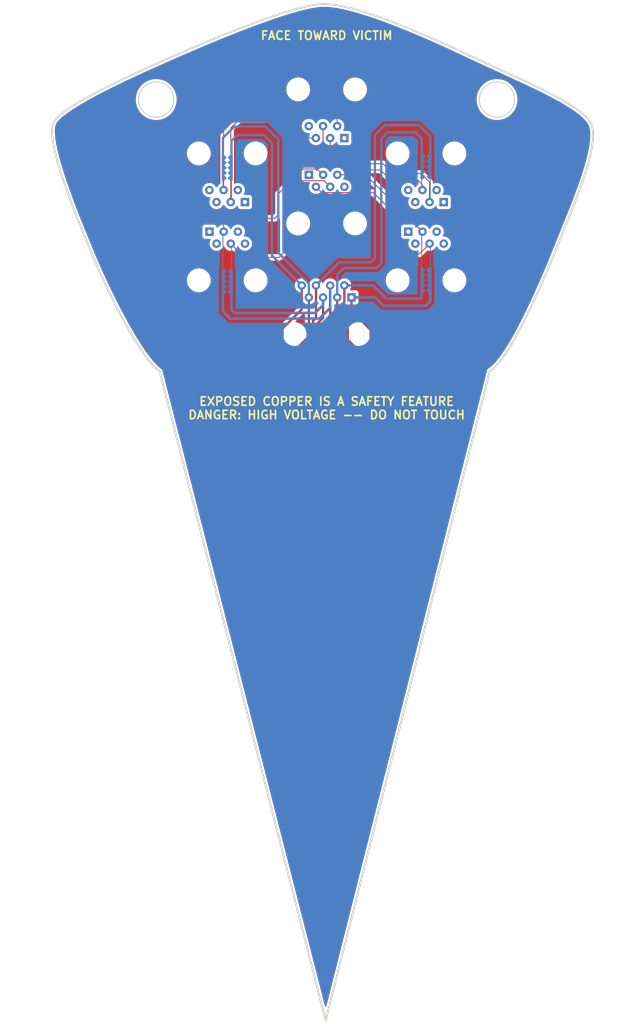
<source format=kicad_pcb>
(kicad_pcb (version 20211014) (generator pcbnew)
  (layers (0 "F.Cu" signal) (31 "B.Cu" signal) (34 "B.Paste" user) (35 "F.Paste" user) (36 "B.SilkS" user "B.Silkscreen") (37 "F.SilkS" user "F.Silkscreen") (38 "B.Mask" user) (39 "F.Mask" user) (44 "Edge.Cuts" user))
  (net 0 "")
  (net 3 "/RING1")
  (net 4 "/TIP1")
  (net 10 "/RING2")
  (net 11 "/TIP2")
  (net 16 "/RING3")
  (net 17 "/TIP3")
  (net 22 "/RING4")
  (net 23 "/TIP4")
  (net 29 "Earth_Protective")
  (footprint "Shadystake:Spark_Gap_Teeth" (layer "F.Cu") (at 131.064 78.74)
    (fp_text reference "E6" hide)
    (fp_text value "SPARK_GAP")
    (fp_poly (pts (xy -0.0762 0) (xy -0.5334 0.4572) (xy -0.5334 -0.4572)) (layer "F.Cu") (width 0) (fill solid))
    (fp_poly (pts (xy 0.5334 2.286) (xy 0.0762 1.8288) (xy 0.5334 1.3716)) (layer "F.Cu") (width 0) (fill solid))
    (fp_poly (pts (xy 0.5334 -0.4572) (xy 0.0762 -0.9144) (xy 0.5334 -1.3716)) (layer "F.Cu") (width 0) (fill solid))
    (fp_poly (pts (xy -0.0762 0.9144) (xy -0.5334 1.3716) (xy -0.5334 0.4572)) (layer "F.Cu") (width 0) (fill solid))
    (fp_poly (pts (xy 0.5334 -1.3716) (xy 0.0762 -1.8288) (xy 0.5334 -2.286)) (layer "F.Cu") (width 0) (fill solid))
    (fp_poly (pts (xy 0.5334 1.3716) (xy 0.0762 0.9144) (xy 0.5334 0.4572)) (layer "F.Cu") (width 0) (fill solid))
    (fp_poly (pts (xy -0.0762 1.8288) (xy -0.5334 2.286) (xy -0.5334 1.3716)) (layer "F.Cu") (width 0) (fill solid))
    (fp_poly (pts (xy 0.5334 0.4572) (xy 0.0762 0) (xy 0.5334 -0.4572)) (layer "F.Cu") (width 0) (fill solid))
    (fp_poly (pts (xy -0.0762 -1.8288) (xy -0.5334 -1.3716) (xy -0.5334 -2.286)) (layer "F.Cu") (width 0) (fill solid))
    (fp_poly (pts (xy -0.0762 -0.9144) (xy -0.5334 -0.4572) (xy -0.5334 -1.3716)) (layer "F.Cu") (width 0) (fill solid))
    (pad "1" smd rect (at -0.762 0) (size 0.4572 4.572) (layers "F.Cu") (net 29 "Earth_Protective"))
    (pad "2" smd rect (at 0.762 0) (size 0.4572 4.572) (layers "F.Cu") (net 16 "/RING3"))
  )
  (footprint "Shadystake:Spark_Gap_Teeth" (layer "F.Cu") (at 140.208 78.74)
    (fp_text reference "E4" hide)
    (fp_text value "SPARK_GAP")
    (fp_poly (pts (xy 0.5334 2.286) (xy 0.0762 1.8288) (xy 0.5334 1.3716)) (layer "F.Cu") (width 0) (fill solid))
    (fp_poly (pts (xy -0.0762 -0.9144) (xy -0.5334 -0.4572) (xy -0.5334 -1.3716)) (layer "F.Cu") (width 0) (fill solid))
    (fp_poly (pts (xy -0.0762 1.8288) (xy -0.5334 2.286) (xy -0.5334 1.3716)) (layer "F.Cu") (width 0) (fill solid))
    (fp_poly (pts (xy 0.5334 -1.3716) (xy 0.0762 -1.8288) (xy 0.5334 -2.286)) (layer "F.Cu") (width 0) (fill solid))
    (fp_poly (pts (xy -0.0762 0.9144) (xy -0.5334 1.3716) (xy -0.5334 0.4572)) (layer "F.Cu") (width 0) (fill solid))
    (fp_poly (pts (xy 0.5334 0.4572) (xy 0.0762 0) (xy 0.5334 -0.4572)) (layer "F.Cu") (width 0) (fill solid))
    (fp_poly (pts (xy -0.0762 -1.8288) (xy -0.5334 -1.3716) (xy -0.5334 -2.286)) (layer "F.Cu") (width 0) (fill solid))
    (fp_poly (pts (xy 0.5334 1.3716) (xy 0.0762 0.9144) (xy 0.5334 0.4572)) (layer "F.Cu") (width 0) (fill solid))
    (fp_poly (pts (xy -0.0762 0) (xy -0.5334 0.4572) (xy -0.5334 -0.4572)) (layer "F.Cu") (width 0) (fill solid))
    (fp_poly (pts (xy 0.5334 -0.4572) (xy 0.0762 -0.9144) (xy 0.5334 -1.3716)) (layer "F.Cu") (width 0) (fill solid))
    (pad "1" smd rect (at -0.762 0) (size 0.4572 4.572) (layers "F.Cu") (net 29 "Earth_Protective"))
    (pad "2" smd rect (at 0.762 0) (size 0.4572 4.572) (layers "F.Cu") (net 10 "/RING2"))
  )
  (footprint "Shadystake:Spark_Gap_Teeth" (layer "F.Cu") (at 129.032 78.74 180)
    (fp_text reference "E7" hide)
    (fp_text value "SPARK_GAP")
    (fp_poly (pts (xy -0.0762 -1.8288) (xy -0.5334 -1.3716) (xy -0.5334 -2.286)) (layer "F.Cu") (width 0) (fill solid))
    (fp_poly (pts (xy -0.0762 0.9144) (xy -0.5334 1.3716) (xy -0.5334 0.4572)) (layer "F.Cu") (width 0) (fill solid))
    (fp_poly (pts (xy -0.0762 -0.9144) (xy -0.5334 -0.4572) (xy -0.5334 -1.3716)) (layer "F.Cu") (width 0) (fill solid))
    (fp_poly (pts (xy 0.5334 -0.4572) (xy 0.0762 -0.9144) (xy 0.5334 -1.3716)) (layer "F.Cu") (width 0) (fill solid))
    (fp_poly (pts (xy 0.5334 -1.3716) (xy 0.0762 -1.8288) (xy 0.5334 -2.286)) (layer "F.Cu") (width 0) (fill solid))
    (fp_poly (pts (xy -0.0762 0) (xy -0.5334 0.4572) (xy -0.5334 -0.4572)) (layer "F.Cu") (width 0) (fill solid))
    (fp_poly (pts (xy 0.5334 1.3716) (xy 0.0762 0.9144) (xy 0.5334 0.4572)) (layer "F.Cu") (width 0) (fill solid))
    (fp_poly (pts (xy 0.5334 0.4572) (xy 0.0762 0) (xy 0.5334 -0.4572)) (layer "F.Cu") (width 0) (fill solid))
    (fp_poly (pts (xy 0.5334 2.286) (xy 0.0762 1.8288) (xy 0.5334 1.3716)) (layer "F.Cu") (width 0) (fill solid))
    (fp_poly (pts (xy -0.0762 1.8288) (xy -0.5334 2.286) (xy -0.5334 1.3716)) (layer "F.Cu") (width 0) (fill solid))
    (pad "1" smd rect (at -0.762 0 180) (size 0.4572 4.572) (layers "F.Cu") (net 29 "Earth_Protective"))
    (pad "2" smd rect (at 0.762 0 180) (size 0.4572 4.572) (layers "F.Cu") (net 23 "/TIP4"))
  )
  (footprint "Shadystake:6P4C_Vert" (layer "F.Cu") (at 120.01 48.99 180)
    (fp_text reference "J4")
    (fp_text value "6P6C")
    (pad "" np_thru_hole circle (at -1.91 8.89 180) (size 3.25 3.25) (drill 3.25) (layers *.Cu *.Mask))
    (pad "" np_thru_hole circle (at 8.25 8.89 180) (size 3.25 3.25) (drill 3.25) (layers *.Cu *.Mask))
    (pad "1" thru_hole rect (at 0 0.2 180) (size 1.52 1.52) (drill 0.76) (layers *.Cu *.Mask))
    (pad "2" thru_hole circle (at 1.27 2.34 180) (size 1.52 1.52) (drill 0.76) (layers *.Cu *.Mask))
    (pad "3" thru_hole circle (at 2.54 0.2 180) (size 1.52 1.52) (drill 0.76) (layers *.Cu *.Mask) (net 22 "/RING4"))
    (pad "4" thru_hole circle (at 3.81 2.34 180) (size 1.52 1.52) (drill 0.76) (layers *.Cu *.Mask) (net 23 "/TIP4"))
    (pad "5" thru_hole circle (at 5.08 0.2 180) (size 1.52 1.52) (drill 0.76) (layers *.Cu *.Mask))
    (pad "6" thru_hole circle (at 6.35 2.34 270) (size 1.52 1.52) (drill 0.76) (layers *.Cu *.Mask))
  )
  (footprint "Shadystake:Spark_Gap_Teeth" (layer "F.Cu") (at 133.604 78.74 180)
    (fp_text reference "E1" hide)
    (fp_text value "SPARK_GAP")
    (fp_poly (pts (xy -0.0762 0) (xy -0.5334 0.4572) (xy -0.5334 -0.4572)) (layer "F.Cu") (width 0) (fill solid))
    (fp_poly (pts (xy 0.5334 0.4572) (xy 0.0762 0) (xy 0.5334 -0.4572)) (layer "F.Cu") (width 0) (fill solid))
    (fp_poly (pts (xy -0.0762 -0.9144) (xy -0.5334 -0.4572) (xy -0.5334 -1.3716)) (layer "F.Cu") (width 0) (fill solid))
    (fp_poly (pts (xy 0.5334 -1.3716) (xy 0.0762 -1.8288) (xy 0.5334 -2.286)) (layer "F.Cu") (width 0) (fill solid))
    (fp_poly (pts (xy -0.0762 -1.8288) (xy -0.5334 -1.3716) (xy -0.5334 -2.286)) (layer "F.Cu") (width 0) (fill solid))
    (fp_poly (pts (xy -0.0762 0.9144) (xy -0.5334 1.3716) (xy -0.5334 0.4572)) (layer "F.Cu") (width 0) (fill solid))
    (fp_poly (pts (xy 0.5334 -0.4572) (xy 0.0762 -0.9144) (xy 0.5334 -1.3716)) (layer "F.Cu") (width 0) (fill solid))
    (fp_poly (pts (xy 0.5334 2.286) (xy 0.0762 1.8288) (xy 0.5334 1.3716)) (layer "F.Cu") (width 0) (fill solid))
    (fp_poly (pts (xy 0.5334 1.3716) (xy 0.0762 0.9144) (xy 0.5334 0.4572)) (layer "F.Cu") (width 0) (fill solid))
    (fp_poly (pts (xy -0.0762 1.8288) (xy -0.5334 2.286) (xy -0.5334 1.3716)) (layer "F.Cu") (width 0) (fill solid))
    (pad "1" smd rect (at -0.762 0 180) (size 0.4572 4.572) (layers "F.Cu") (net 29 "Earth_Protective"))
    (pad "2" smd rect (at 0.762 0 180) (size 0.4572 4.572) (layers "F.Cu") (net 4 "/TIP1"))
  )
  (footprint "Shadystake:Spark_Gap_Teeth" (layer "F.Cu") (at 138.176 78.74 180)
    (fp_text reference "E5" hide)
    (fp_text value "SPARK_GAP")
    (fp_poly (pts (xy -0.0762 -1.8288) (xy -0.5334 -1.3716) (xy -0.5334 -2.286)) (layer "F.Cu") (width 0) (fill solid))
    (fp_poly (pts (xy -0.0762 1.8288) (xy -0.5334 2.286) (xy -0.5334 1.3716)) (layer "F.Cu") (width 0) (fill solid))
    (fp_poly (pts (xy 0.5334 0.4572) (xy 0.0762 0) (xy 0.5334 -0.4572)) (layer "F.Cu") (width 0) (fill solid))
    (fp_poly (pts (xy -0.0762 0) (xy -0.5334 0.4572) (xy -0.5334 -0.4572)) (layer "F.Cu") (width 0) (fill solid))
    (fp_poly (pts (xy 0.5334 -0.4572) (xy 0.0762 -0.9144) (xy 0.5334 -1.3716)) (layer "F.Cu") (width 0) (fill solid))
    (fp_poly (pts (xy 0.5334 -1.3716) (xy 0.0762 -1.8288) (xy 0.5334 -2.286)) (layer "F.Cu") (width 0) (fill solid))
    (fp_poly (pts (xy 0.5334 2.286) (xy 0.0762 1.8288) (xy 0.5334 1.3716)) (layer "F.Cu") (width 0) (fill solid))
    (fp_poly (pts (xy -0.0762 0.9144) (xy -0.5334 1.3716) (xy -0.5334 0.4572)) (layer "F.Cu") (width 0) (fill solid))
    (fp_poly (pts (xy 0.5334 1.3716) (xy 0.0762 0.9144) (xy 0.5334 0.4572)) (layer "F.Cu") (width 0) (fill solid))
    (fp_poly (pts (xy -0.0762 -0.9144) (xy -0.5334 -0.4572) (xy -0.5334 -1.3716)) (layer "F.Cu") (width 0) (fill solid))
    (pad "1" smd rect (at -0.762 0 180) (size 0.4572 4.572) (layers "F.Cu") (net 29 "Earth_Protective"))
    (pad "2" smd rect (at 0.762 0 180) (size 0.4572 4.572) (layers "F.Cu") (net 17 "/TIP3"))
  )
  (footprint "Shadystake:Spark_Gap_Teeth" (layer "F.Cu") (at 142.748 78.74 180)
    (fp_text reference "E3" hide)
    (fp_text value "SPARK_GAP")
    (fp_poly (pts (xy 0.5334 -1.3716) (xy 0.0762 -1.8288) (xy 0.5334 -2.286)) (layer "F.Cu") (width 0) (fill solid))
    (fp_poly (pts (xy -0.0762 -0.9144) (xy -0.5334 -0.4572) (xy -0.5334 -1.3716)) (layer "F.Cu") (width 0) (fill solid))
    (fp_poly (pts (xy -0.0762 -1.8288) (xy -0.5334 -1.3716) (xy -0.5334 -2.286)) (layer "F.Cu") (width 0) (fill solid))
    (fp_poly (pts (xy 0.5334 2.286) (xy 0.0762 1.8288) (xy 0.5334 1.3716)) (layer "F.Cu") (width 0) (fill solid))
    (fp_poly (pts (xy 0.5334 0.4572) (xy 0.0762 0) (xy 0.5334 -0.4572)) (layer "F.Cu") (width 0) (fill solid))
    (fp_poly (pts (xy 0.5334 -0.4572) (xy 0.0762 -0.9144) (xy 0.5334 -1.3716)) (layer "F.Cu") (width 0) (fill solid))
    (fp_poly (pts (xy -0.0762 0) (xy -0.5334 0.4572) (xy -0.5334 -0.4572)) (layer "F.Cu") (width 0) (fill solid))
    (fp_poly (pts (xy -0.0762 0.9144) (xy -0.5334 1.3716) (xy -0.5334 0.4572)) (layer "F.Cu") (width 0) (fill solid))
    (fp_poly (pts (xy 0.5334 1.3716) (xy 0.0762 0.9144) (xy 0.5334 0.4572)) (layer "F.Cu") (width 0) (fill solid))
    (fp_poly (pts (xy -0.0762 1.8288) (xy -0.5334 2.286) (xy -0.5334 1.3716)) (layer "F.Cu") (width 0) (fill solid))
    (pad "1" smd rect (at -0.762 0 180) (size 0.4572 4.572) (layers "F.Cu") (net 29 "Earth_Protective"))
    (pad "2" smd rect (at 0.762 0 180) (size 0.4572 4.572) (layers "F.Cu") (net 11 "/TIP2"))
  )
  (footprint "Shadystake:6P4C_Vert" (layer "F.Cu") (at 137.79 37.56 180)
    (fp_text reference "J6")
    (fp_text value "6P6C")
    (pad "" np_thru_hole circle (at 8.25 8.89 180) (size 3.25 3.25) (drill 3.25) (layers *.Cu *.Mask))
    (pad "" np_thru_hole circle (at -1.91 8.89 180) (size 3.25 3.25) (drill 3.25) (layers *.Cu *.Mask))
    (pad "1" thru_hole rect (at 0 0.2 180) (size 1.52 1.52) (drill 0.76) (layers *.Cu *.Mask))
    (pad "2" thru_hole circle (at 1.27 2.34 180) (size 1.52 1.52) (drill 0.76) (layers *.Cu *.Mask) (net 23 "/TIP4"))
    (pad "3" thru_hole circle (at 2.54 0.2 180) (size 1.52 1.52) (drill 0.76) (layers *.Cu *.Mask) (net 16 "/RING3"))
    (pad "4" thru_hole circle (at 3.81 2.34 180) (size 1.52 1.52) (drill 0.76) (layers *.Cu *.Mask) (net 17 "/TIP3"))
    (pad "5" thru_hole circle (at 5.08 0.2 180) (size 1.52 1.52) (drill 0.76) (layers *.Cu *.Mask) (net 22 "/RING4"))
    (pad "6" thru_hole circle (at 6.35 2.34 270) (size 1.52 1.52) (drill 0.76) (layers *.Cu *.Mask))
  )
  (footprint "Shadystake:6P4C_Vert" (layer "F.Cu") (at 149.23 53.88)
    (fp_text reference "J2")
    (fp_text value "6P6C")
    (pad "" np_thru_hole circle (at -1.91 8.89) (size 3.25 3.25) (drill 3.25) (layers *.Cu *.Mask))
    (pad "" np_thru_hole circle (at 8.25 8.89) (size 3.25 3.25) (drill 3.25) (layers *.Cu *.Mask))
    (pad "1" thru_hole rect (at 0 0.2) (size 1.52 1.52) (drill 0.76) (layers *.Cu *.Mask))
    (pad "2" thru_hole circle (at 1.27 2.34) (size 1.52 1.52) (drill 0.76) (layers *.Cu *.Mask))
    (pad "3" thru_hole circle (at 2.54 0.2) (size 1.52 1.52) (drill 0.76) (layers *.Cu *.Mask) (net 10 "/RING2"))
    (pad "4" thru_hole circle (at 3.81 2.34) (size 1.52 1.52) (drill 0.76) (layers *.Cu *.Mask) (net 11 "/TIP2"))
    (pad "5" thru_hole circle (at 5.08 0.2) (size 1.52 1.52) (drill 0.76) (layers *.Cu *.Mask))
    (pad "6" thru_hole circle (at 6.35 2.34 90) (size 1.52 1.52) (drill 0.76) (layers *.Cu *.Mask))
  )
  (footprint "Shadystake:6P4C_Vert" (layer "F.Cu") (at 113.67 53.88)
    (fp_text reference "J1")
    (fp_text value "6P6C")
    (pad "" np_thru_hole circle (at -1.91 8.89) (size 3.25 3.25) (drill 3.25) (layers *.Cu *.Mask))
    (pad "" np_thru_hole circle (at 8.25 8.89) (size 3.25 3.25) (drill 3.25) (layers *.Cu *.Mask))
    (pad "1" thru_hole rect (at 0 0.2) (size 1.52 1.52) (drill 0.76) (layers *.Cu *.Mask))
    (pad "2" thru_hole circle (at 1.27 2.34) (size 1.52 1.52) (drill 0.76) (layers *.Cu *.Mask))
    (pad "3" thru_hole circle (at 2.54 0.2) (size 1.52 1.52) (drill 0.76) (layers *.Cu *.Mask) (net 3 "/RING1"))
    (pad "4" thru_hole circle (at 3.81 2.34) (size 1.52 1.52) (drill 0.76) (layers *.Cu *.Mask) (net 4 "/TIP1"))
    (pad "5" thru_hole circle (at 5.08 0.2) (size 1.52 1.52) (drill 0.76) (layers *.Cu *.Mask))
    (pad "6" thru_hole circle (at 6.35 2.34 90) (size 1.52 1.52) (drill 0.76) (layers *.Cu *.Mask))
  )
  (footprint "Shadystake:6P4C_Vert" (layer "F.Cu") (at 155.57 48.99 180)
    (fp_text reference "J3")
    (fp_text value "6P6C")
    (pad "" np_thru_hole circle (at -1.91 8.89 180) (size 3.25 3.25) (drill 3.25) (layers *.Cu *.Mask))
    (pad "" np_thru_hole circle (at 8.25 8.89 180) (size 3.25 3.25) (drill 3.25) (layers *.Cu *.Mask))
    (pad "1" thru_hole rect (at 0 0.2 180) (size 1.52 1.52) (drill 0.76) (layers *.Cu *.Mask))
    (pad "2" thru_hole circle (at 1.27 2.34 180) (size 1.52 1.52) (drill 0.76) (layers *.Cu *.Mask))
    (pad "3" thru_hole circle (at 2.54 0.2 180) (size 1.52 1.52) (drill 0.76) (layers *.Cu *.Mask) (net 16 "/RING3"))
    (pad "4" thru_hole circle (at 3.81 2.34 180) (size 1.52 1.52) (drill 0.76) (layers *.Cu *.Mask) (net 17 "/TIP3"))
    (pad "5" thru_hole circle (at 5.08 0.2 180) (size 1.52 1.52) (drill 0.76) (layers *.Cu *.Mask))
    (pad "6" thru_hole circle (at 6.35 2.34 270) (size 1.52 1.52) (drill 0.76) (layers *.Cu *.Mask))
  )
  (footprint "Shadystake:Spark_Gap_Teeth" (layer "F.Cu") (at 135.636 78.74)
    (fp_text reference "E2" hide)
    (fp_text value "SPARK_GAP")
    (fp_poly (pts (xy -0.0762 1.8288) (xy -0.5334 2.286) (xy -0.5334 1.3716)) (layer "F.Cu") (width 0) (fill solid))
    (fp_poly (pts (xy -0.0762 -1.8288) (xy -0.5334 -1.3716) (xy -0.5334 -2.286)) (layer "F.Cu") (width 0) (fill solid))
    (fp_poly (pts (xy 0.5334 0.4572) (xy 0.0762 0) (xy 0.5334 -0.4572)) (layer "F.Cu") (width 0) (fill solid))
    (fp_poly (pts (xy 0.5334 2.286) (xy 0.0762 1.8288) (xy 0.5334 1.3716)) (layer "F.Cu") (width 0) (fill solid))
    (fp_poly (pts (xy 0.5334 1.3716) (xy 0.0762 0.9144) (xy 0.5334 0.4572)) (layer "F.Cu") (width 0) (fill solid))
    (fp_poly (pts (xy -0.0762 0) (xy -0.5334 0.4572) (xy -0.5334 -0.4572)) (layer "F.Cu") (width 0) (fill solid))
    (fp_poly (pts (xy 0.5334 -1.3716) (xy 0.0762 -1.8288) (xy 0.5334 -2.286)) (layer "F.Cu") (width 0) (fill solid))
    (fp_poly (pts (xy 0.5334 -0.4572) (xy 0.0762 -0.9144) (xy 0.5334 -1.3716)) (layer "F.Cu") (width 0) (fill solid))
    (fp_poly (pts (xy -0.0762 0.9144) (xy -0.5334 1.3716) (xy -0.5334 0.4572)) (layer "F.Cu") (width 0) (fill solid))
    (fp_poly (pts (xy -0.0762 -0.9144) (xy -0.5334 -0.4572) (xy -0.5334 -1.3716)) (layer "F.Cu") (width 0) (fill solid))
    (pad "1" smd rect (at -0.762 0) (size 0.4572 4.572) (layers "F.Cu") (net 29 "Earth_Protective"))
    (pad "2" smd rect (at 0.762 0) (size 0.4572 4.572) (layers "F.Cu") (net 3 "/RING1"))
  )
  (footprint "Shadystake:6P4C_Vert" (layer "F.Cu") (at 131.45 43.72)
    (fp_text reference "J5")
    (fp_text value "6P6C")
    (pad "" np_thru_hole circle (at -1.91 8.89) (size 3.25 3.25) (drill 3.25) (layers *.Cu *.Mask))
    (pad "" np_thru_hole circle (at 8.25 8.89) (size 3.25 3.25) (drill 3.25) (layers *.Cu *.Mask))
    (pad "1" thru_hole rect (at 0 0.2) (size 1.52 1.52) (drill 0.76) (layers *.Cu *.Mask))
    (pad "2" thru_hole circle (at 1.27 2.34) (size 1.52 1.52) (drill 0.76) (layers *.Cu *.Mask) (net 11 "/TIP2"))
    (pad "3" thru_hole circle (at 2.54 0.2) (size 1.52 1.52) (drill 0.76) (layers *.Cu *.Mask) (net 3 "/RING1"))
    (pad "4" thru_hole circle (at 3.81 2.34) (size 1.52 1.52) (drill 0.76) (layers *.Cu *.Mask) (net 4 "/TIP1"))
    (pad "5" thru_hole circle (at 5.08 0.2) (size 1.52 1.52) (drill 0.76) (layers *.Cu *.Mask) (net 10 "/RING2"))
    (pad "6" thru_hole circle (at 6.35 2.34 90) (size 1.52 1.52) (drill 0.76) (layers *.Cu *.Mask))
  )
  (footprint "Shadystake:Spark_Gap_Teeth" (layer "F.Cu") (at 126.492 78.74)
    (fp_text reference "E8" hide)
    (fp_text value "SPARK_GAP")
    (fp_poly (pts (xy -0.0762 0) (xy -0.5334 0.4572) (xy -0.5334 -0.4572)) (layer "F.Cu") (width 0) (fill solid))
    (fp_poly (pts (xy -0.0762 -0.9144) (xy -0.5334 -0.4572) (xy -0.5334 -1.3716)) (layer "F.Cu") (width 0) (fill solid))
    (fp_poly (pts (xy -0.0762 -1.8288) (xy -0.5334 -1.3716) (xy -0.5334 -2.286)) (layer "F.Cu") (width 0) (fill solid))
    (fp_poly (pts (xy -0.0762 1.8288) (xy -0.5334 2.286) (xy -0.5334 1.3716)) (layer "F.Cu") (width 0) (fill solid))
    (fp_poly (pts (xy 0.5334 -0.4572) (xy 0.0762 -0.9144) (xy 0.5334 -1.3716)) (layer "F.Cu") (width 0) (fill solid))
    (fp_poly (pts (xy 0.5334 1.3716) (xy 0.0762 0.9144) (xy 0.5334 0.4572)) (layer "F.Cu") (width 0) (fill solid))
    (fp_poly (pts (xy 0.5334 -1.3716) (xy 0.0762 -1.8288) (xy 0.5334 -2.286)) (layer "F.Cu") (width 0) (fill solid))
    (fp_poly (pts (xy -0.0762 0.9144) (xy -0.5334 1.3716) (xy -0.5334 0.4572)) (layer "F.Cu") (width 0) (fill solid))
    (fp_poly (pts (xy 0.5334 0.4572) (xy 0.0762 0) (xy 0.5334 -0.4572)) (layer "F.Cu") (width 0) (fill solid))
    (fp_poly (pts (xy 0.5334 2.286) (xy 0.0762 1.8288) (xy 0.5334 1.3716)) (layer "F.Cu") (width 0) (fill solid))
    (pad "1" smd rect (at -0.762 0) (size 0.4572 4.572) (layers "F.Cu") (net 29 "Earth_Protective"))
    (pad "2" smd rect (at 0.762 0) (size 0.4572 4.572) (layers "F.Cu") (net 22 "/RING4"))
  )
  (footprint "Shadystake:8P8C_Hor" (layer "B.Cu") (at 139.065 66.02001 180)
    (fp_text reference "J7")
    (fp_text value "8P8C")
    (pad "" np_thru_hole circle (at 10.16 -6.35 180) (size 3.2 3.2) (drill 3.2) (layers *.Cu *.Mask))
    (pad "" np_thru_hole circle (at -1.27 -6.35 180) (size 3.2 3.2) (drill 3.2) (layers *.Cu *.Mask))
    (pad "1" thru_hole rect (at 0 0.2 180) (size 1.5 1.5) (drill 0.76) (layers *.Cu *.Mask) (net 11 "/TIP2"))
    (pad "2" thru_hole circle (at 1.27 2.34 180) (size 1.5 1.5) (drill 0.76) (layers *.Cu *.Mask) (net 10 "/RING2"))
    (pad "3" thru_hole circle (at 2.54 0.2 180) (size 1.5 1.5) (drill 0.76) (layers *.Cu *.Mask) (net 17 "/TIP3"))
    (pad "4" thru_hole circle (at 3.81 2.34 180) (size 1.5 1.5) (drill 0.76) (layers *.Cu *.Mask) (net 3 "/RING1"))
    (pad "5" thru_hole circle (at 5.08 0.2 180) (size 1.5 1.5) (drill 0.76) (layers *.Cu *.Mask) (net 4 "/TIP1"))
    (pad "6" thru_hole circle (at 6.35 2.34 180) (size 1.5 1.5) (drill 0.76) (layers *.Cu *.Mask) (net 16 "/RING3"))
    (pad "7" thru_hole circle (at 7.62 0.2 180) (size 1.5 1.5) (drill 0.76) (layers *.Cu *.Mask) (net 23 "/TIP4"))
    (pad "8" thru_hole circle (at 8.89 2.34 180) (size 1.5 1.5) (drill 0.76) (layers *.Cu *.Mask) (net 22 "/RING4"))
  )
  (footprint "Shadystake:Spark_Gap_Teeth" (layer "B.Cu") (at 152.4 42.418)
    (fp_text reference "E11" hide)
    (fp_text value "SPARK_GAP")
    (fp_poly (pts (xy 0.5334 0.4572) (xy 0.0762 0.9144) (xy 0.5334 1.3716)) (layer "B.Cu") (width 0) (fill solid))
    (fp_poly (pts (xy 0.5334 -2.286) (xy 0.0762 -1.8288) (xy 0.5334 -1.3716)) (layer "B.Cu") (width 0) (fill solid))
    (fp_poly (pts (xy -0.0762 0.9144) (xy -0.5334 0.4572) (xy -0.5334 1.3716)) (layer "B.Cu") (width 0) (fill solid))
    (fp_poly (pts (xy 0.5334 -1.3716) (xy 0.0762 -0.9144) (xy 0.5334 -0.4572)) (layer "B.Cu") (width 0) (fill solid))
    (fp_poly (pts (xy -0.0762 1.8288) (xy -0.5334 1.3716) (xy -0.5334 2.286)) (layer "B.Cu") (width 0) (fill solid))
    (fp_poly (pts (xy -0.0762 -1.8288) (xy -0.5334 -2.286) (xy -0.5334 -1.3716)) (layer "B.Cu") (width 0) (fill solid))
    (fp_poly (pts (xy -0.0762 -0.9144) (xy -0.5334 -1.3716) (xy -0.5334 -0.4572)) (layer "B.Cu") (width 0) (fill solid))
    (fp_poly (pts (xy 0.5334 -0.4572) (xy 0.0762 0) (xy 0.5334 0.4572)) (layer "B.Cu") (width 0) (fill solid))
    (fp_poly (pts (xy 0.5334 1.3716) (xy 0.0762 1.8288) (xy 0.5334 2.286)) (layer "B.Cu") (width 0) (fill solid))
    (fp_poly (pts (xy -0.0762 0) (xy -0.5334 -0.4572) (xy -0.5334 0.4572)) (layer "B.Cu") (width 0) (fill solid))
    (pad "1" smd rect (at -0.762 0) (size 0.4572 4.572) (layers "B.Cu") (net 17 "/TIP3"))
    (pad "2" smd rect (at 0.762 0) (size 0.4572 4.572) (layers "B.Cu") (net 16 "/RING3"))
  )
  (footprint "Shadystake:Spark_Gap_Teeth" (layer "B.Cu") (at 152.4 62.738 180)
    (fp_text reference "E10" hide)
    (fp_text value "SPARK_GAP")
    (fp_poly (pts (xy 0.5334 0.4572) (xy 0.0762 0.9144) (xy 0.5334 1.3716)) (layer "B.Cu") (width 0) (fill solid))
    (fp_poly (pts (xy 0.5334 1.3716) (xy 0.0762 1.8288) (xy 0.5334 2.286)) (layer "B.Cu") (width 0) (fill solid))
    (fp_poly (pts (xy 0.5334 -2.286) (xy 0.0762 -1.8288) (xy 0.5334 -1.3716)) (layer "B.Cu") (width 0) (fill solid))
    (fp_poly (pts (xy -0.0762 -1.8288) (xy -0.5334 -2.286) (xy -0.5334 -1.3716)) (layer "B.Cu") (width 0) (fill solid))
    (fp_poly (pts (xy -0.0762 0.9144) (xy -0.5334 0.4572) (xy -0.5334 1.3716)) (layer "B.Cu") (width 0) (fill solid))
    (fp_poly (pts (xy -0.0762 1.8288) (xy -0.5334 1.3716) (xy -0.5334 2.286)) (layer "B.Cu") (width 0) (fill solid))
    (fp_poly (pts (xy 0.5334 -1.3716) (xy 0.0762 -0.9144) (xy 0.5334 -0.4572)) (layer "B.Cu") (width 0) (fill solid))
    (fp_poly (pts (xy -0.0762 -0.9144) (xy -0.5334 -1.3716) (xy -0.5334 -0.4572)) (layer "B.Cu") (width 0) (fill solid))
    (fp_poly (pts (xy 0.5334 -0.4572) (xy 0.0762 0) (xy 0.5334 0.4572)) (layer "B.Cu") (width 0) (fill solid))
    (fp_poly (pts (xy -0.0762 0) (xy -0.5334 -0.4572) (xy -0.5334 0.4572)) (layer "B.Cu") (width 0) (fill solid))
    (pad "1" smd rect (at -0.762 0 180) (size 0.4572 4.572) (layers "B.Cu") (net 11 "/TIP2"))
    (pad "2" smd rect (at 0.762 0 180) (size 0.4572 4.572) (layers "B.Cu") (net 10 "/RING2"))
  )
  (footprint "Shadystake:Spark_Gap_Teeth" (layer "B.Cu") (at 116.84 42.672 180)
    (fp_text reference "E12" hide)
    (fp_text value "SPARK_GAP")
    (fp_poly (pts (xy 0.5334 -1.3716) (xy 0.0762 -0.9144) (xy 0.5334 -0.4572)) (layer "B.Cu") (width 0) (fill solid))
    (fp_poly (pts (xy 0.5334 1.3716) (xy 0.0762 1.8288) (xy 0.5334 2.286)) (layer "B.Cu") (width 0) (fill solid))
    (fp_poly (pts (xy -0.0762 0.9144) (xy -0.5334 0.4572) (xy -0.5334 1.3716)) (layer "B.Cu") (width 0) (fill solid))
    (fp_poly (pts (xy 0.5334 -2.286) (xy 0.0762 -1.8288) (xy 0.5334 -1.3716)) (layer "B.Cu") (width 0) (fill solid))
    (fp_poly (pts (xy 0.5334 0.4572) (xy 0.0762 0.9144) (xy 0.5334 1.3716)) (layer "B.Cu") (width 0) (fill solid))
    (fp_poly (pts (xy -0.0762 -0.9144) (xy -0.5334 -1.3716) (xy -0.5334 -0.4572)) (layer "B.Cu") (width 0) (fill solid))
    (fp_poly (pts (xy 0.5334 -0.4572) (xy 0.0762 0) (xy 0.5334 0.4572)) (layer "B.Cu") (width 0) (fill solid))
    (fp_poly (pts (xy -0.0762 0) (xy -0.5334 -0.4572) (xy -0.5334 0.4572)) (layer "B.Cu") (width 0) (fill solid))
    (fp_poly (pts (xy -0.0762 1.8288) (xy -0.5334 1.3716) (xy -0.5334 2.286)) (layer "B.Cu") (width 0) (fill solid))
    (fp_poly (pts (xy -0.0762 -1.8288) (xy -0.5334 -2.286) (xy -0.5334 -1.3716)) (layer "B.Cu") (width 0) (fill solid))
    (pad "1" smd rect (at -0.762 0 180) (size 0.4572 4.572) (layers "B.Cu") (net 22 "/RING4"))
    (pad "2" smd rect (at 0.762 0 180) (size 0.4572 4.572) (layers "B.Cu") (net 23 "/TIP4"))
  )
  (footprint "Shadystake:Spark_Gap_Teeth" (layer "B.Cu") (at 116.84 62.992)
    (fp_text reference "E9" hide)
    (fp_text value "SPARK_GAP")
    (fp_poly (pts (xy -0.0762 0) (xy -0.5334 -0.4572) (xy -0.5334 0.4572)) (layer "B.Cu") (width 0) (fill solid))
    (fp_poly (pts (xy -0.0762 1.8288) (xy -0.5334 1.3716) (xy -0.5334 2.286)) (layer "B.Cu") (width 0) (fill solid))
    (fp_poly (pts (xy -0.0762 0.9144) (xy -0.5334 0.4572) (xy -0.5334 1.3716)) (layer "B.Cu") (width 0) (fill solid))
    (fp_poly (pts (xy -0.0762 -1.8288) (xy -0.5334 -2.286) (xy -0.5334 -1.3716)) (layer "B.Cu") (width 0) (fill solid))
    (fp_poly (pts (xy 0.5334 -1.3716) (xy 0.0762 -0.9144) (xy 0.5334 -0.4572)) (layer "B.Cu") (width 0) (fill solid))
    (fp_poly (pts (xy 0.5334 1.3716) (xy 0.0762 1.8288) (xy 0.5334 2.286)) (layer "B.Cu") (width 0) (fill solid))
    (fp_poly (pts (xy -0.0762 -0.9144) (xy -0.5334 -1.3716) (xy -0.5334 -0.4572)) (layer "B.Cu") (width 0) (fill solid))
    (fp_poly (pts (xy 0.5334 -2.286) (xy 0.0762 -1.8288) (xy 0.5334 -1.3716)) (layer "B.Cu") (width 0) (fill solid))
    (fp_poly (pts (xy 0.5334 0.4572) (xy 0.0762 0.9144) (xy 0.5334 1.3716)) (layer "B.Cu") (width 0) (fill solid))
    (fp_poly (pts (xy 0.5334 -0.4572) (xy 0.0762 0) (xy 0.5334 0.4572)) (layer "B.Cu") (width 0) (fill solid))
    (pad "1" smd rect (at -0.762 0) (size 0.4572 4.572) (layers "B.Cu") (net 3 "/RING1"))
    (pad "2" smd rect (at 0.762 0) (size 0.4572 4.572) (layers "B.Cu") (net 4 "/TIP1"))
  )
  (gr_line (start 166.971893 25.751636) (end 170.406815 27.33248) (layer "Edge.Cuts") (width 0.380999))
  (gr_line (start 94.072028 61.38404) (end 92.85731 58.600004) (layer "Edge.Cuts") (width 0.380999))
  (gr_circle (center 165.1 30.48) (end 168.25 30.48) (layer "Edge.Cuts") (width 0.2) (fill none))
  (gr_line (start 136.358965 13.607525) (end 137.694102 13.862079) (layer "Edge.Cuts") (width 0.380999))
  (gr_line (start 85.992428 34.247729) (end 86.255364 33.925004) (layer "Edge.Cuts") (width 0.380999))
  (gr_line (start 179.985477 32.664195) (end 180.822126 33.389988) (layer "Edge.Cuts") (width 0.380999))
  (gr_line (start 85.51747 35.713404) (end 85.570764 35.269233) (layer "Edge.Cuts") (width 0.380999))
  (gr_line (start 134.061581 13.408008) (end 135.143779 13.453415) (layer "Edge.Cuts") (width 0.380999))
  (gr_line (start 101.951386 25.068926) (end 107.603582 22.553563) (layer "Edge.Cuts") (width 0.380999))
  (gr_line (start 167.633822 74.288842) (end 166.81241 75.59441) (layer "Edge.Cuts") (width 0.380999))
  (gr_line (start 98.660657 70.573731) (end 97.840771 69.067311) (layer "Edge.Cuts") (width 0.380999))
  (gr_line (start 134.456359 194.957502) (end 134.456359 194.957502) (layer "Edge.Cuts") (width 0.380999))
  (gr_line (start 101.119078 74.685554) (end 100.307228 73.402129) (layer "Edge.Cuts") (width 0.380999))
  (gr_line (start 134.456359 194.957502) (end 163.811489 78.958471) (layer "Edge.Cuts") (width 0.380999))
  (gr_line (start 182.095927 38.96472) (end 181.816456 40.345636) (layer "Edge.Cuts") (width 0.380999))
  (gr_line (start 182.300677 36.570561) (end 182.298574 37.116566) (layer "Edge.Cuts") (width 0.380999))
  (gr_line (start 85.785113 38.668125) (end 85.578824 37.352424) (layer "Edge.Cuts") (width 0.380999))
  (gr_line (start 173.271812 62.9633) (end 171.762109 66.320304) (layer "Edge.Cuts") (width 0.380999))
  (gr_line (start 85.570764 35.269233) (end 85.664094 34.881549) (layer "Edge.Cuts") (width 0.380999))
  (gr_line (start 181.729242 34.457259) (end 181.930548 34.806917) (layer "Edge.Cuts") (width 0.380999))
  (gr_line (start 140.672082 14.63948) (end 142.288852 15.145808) (layer "Edge.Cuts") (width 0.380999))
  (gr_line (start 181.930548 34.806917) (end 182.08371 35.179511) (layer "Edge.Cuts") (width 0.380999))
  (gr_line (start 85.502314 36.210819) (end 85.51747 35.713404) (layer "Edge.Cuts") (width 0.380999))
  (gr_line (start 130.120803 14.054604) (end 131.617238 13.713321) (layer "Edge.Cuts") (width 0.380999))
  (gr_line (start 87.030842 43.400574) (end 86.526303 41.718123) (layer "Edge.Cuts") (width 0.380999))
  (gr_line (start 137.694102 13.862079) (end 139.136153 14.208817) (layer "Edge.Cuts") (width 0.380999))
  (gr_line (start 175.691305 57.14359) (end 174.60319 59.832576) (layer "Edge.Cuts") (width 0.380999))
  (gr_line (start 182.298574 37.116566) (end 182.262465 37.699347) (layer "Edge.Cuts") (width 0.380999))
  (gr_line (start 182.266851 36.063964) (end 182.300677 36.570561) (layer "Edge.Cuts") (width 0.380999))
  (gr_line (start 95.483718 64.410479) (end 94.072028 61.38404) (layer "Edge.Cuts") (width 0.380999))
  (gr_line (start 126.71926 15.038381) (end 128.47882 14.50136) (layer "Edge.Cuts") (width 0.380999))
  (gr_line (start 131.617238 13.713321) (end 132.940154 13.49272) (layer "Edge.Cuts") (width 0.380999))
  (gr_line (start 152.957089 19.310207) (end 156.568907 20.929227) (layer "Edge.Cuts") (width 0.380999))
  (gr_line (start 85.799356 34.55359) (end 85.799356 34.55359) (layer "Edge.Cuts") (width 0.380999))
  (gr_line (start 99.485282 72.025096) (end 98.660657 70.573731) (layer "Edge.Cuts") (width 0.380999))
  (gr_line (start 156.568907 20.929227) (end 160.034772 22.553563) (layer "Edge.Cuts") (width 0.380999))
  (gr_line (start 87.604433 45.153428) (end 87.030842 43.400574) (layer "Edge.Cuts") (width 0.380999))
  (gr_line (start 160.034772 22.553563) (end 166.971893 25.751636) (layer "Edge.Cuts") (width 0.380999))
  (gr_line (start 174.60319 59.832576) (end 173.271812 62.9633) (layer "Edge.Cuts") (width 0.380999))
  (gr_line (start 160.034772 22.553563) (end 160.034772 22.553563) (layer "Edge.Cuts") (width 0.380999))
  (gr_line (start 182.262465 37.699347) (end 182.095927 38.96472) (layer "Edge.Cuts") (width 0.380999))
  (gr_line (start 90.413603 30.88495) (end 91.883279 30.043121) (layer "Edge.Cuts") (width 0.380999))
  (gr_line (start 91.883279 30.043121) (end 93.463626 29.188411) (layer "Edge.Cuts") (width 0.380999))
  (gr_line (start 100.307228 73.402129) (end 99.485282 72.025096) (layer "Edge.Cuts") (width 0.380999))
  (gr_line (start 164.151038 78.735905) (end 163.811489 78.958471) (layer "Edge.Cuts") (width 0.380999))
  (gr_line (start 142.288852 15.145808) (end 143.973426 15.719542) (layer "Edge.Cuts") (width 0.380999))
  (gr_line (start 180.454384 44.971229) (end 179.26389 48.246907) (layer "Edge.Cuts") (width 0.380999))
  (gr_line (start 93.463626 29.188411) (end 95.123959 28.330742) (layer "Edge.Cuts") (width 0.380999))
  (gr_line (start 182.195169 35.599404) (end 182.266851 36.063964) (layer "Edge.Cuts") (width 0.380999))
  (gr_line (start 166.011355 76.741089) (end 165.238771 77.701947) (layer "Edge.Cuts") (width 0.380999))
  (gr_line (start 104.767277 79.023912) (end 104.448585 78.785741) (layer "Edge.Cuts") (width 0.380999))
  (gr_circle (center 104.14 30.48) (end 107.29 30.48) (layer "Edge.Cuts") (width 0.2) (fill none))
  (gr_line (start 86.975479 33.233925) (end 87.929016 32.490275) (layer "Edge.Cuts") (width 0.380999))
  (gr_line (start 85.664094 34.881549) (end 85.799356 34.55359) (layer "Edge.Cuts") (width 0.380999))
  (gr_line (start 98.561827 26.646217) (end 101.951386 25.068926) (layer "Edge.Cuts") (width 0.380999))
  (gr_line (start 92.85731 58.600004) (end 90.285703 52.350415) (layer "Edge.Cuts") (width 0.380999))
  (gr_line (start 134.061581 13.408008) (end 134.061581 13.408008) (layer "Edge.Cuts") (width 0.380999))
  (gr_line (start 165.238771 77.701947) (end 164.502777 78.450052) (layer "Edge.Cuts") (width 0.380999))
  (gr_line (start 104.117169 78.497663) (end 103.419877 77.781427) (layer "Edge.Cuts") (width 0.380999))
  (gr_line (start 177.830341 31.181827) (end 178.982679 31.927883) (layer "Edge.Cuts") (width 0.380999))
  (gr_line (start 97.033041 67.525112) (end 95.483718 64.410479) (layer "Edge.Cuts") (width 0.380999))
  (gr_line (start 90.285703 52.350415) (end 88.89805 48.766654) (layer "Edge.Cuts") (width 0.380999))
  (gr_line (start 113.459704 20.04746) (end 117.136771 18.545174) (layer "Edge.Cuts") (width 0.380999))
  (gr_line (start 180.980291 43.369933) (end 180.454384 44.971229) (layer "Edge.Cuts") (width 0.380999))
  (gr_line (start 169.305241 71.308769) (end 168.467471 72.851318) (layer "Edge.Cuts") (width 0.380999))
  (gr_line (start 104.767277 79.023912) (end 134.456359 194.957502) (layer "Edge.Cuts") (width 0.380999))
  (gr_line (start 181.476019 34.104487) (end 181.729242 34.457259) (layer "Edge.Cuts") (width 0.380999))
  (gr_line (start 168.467471 72.851318) (end 167.633822 74.288842) (layer "Edge.Cuts") (width 0.380999))
  (gr_line (start 181.816456 40.345636) (end 181.439446 41.821055) (layer "Edge.Cuts") (width 0.380999))
  (gr_line (start 178.982679 31.927883) (end 179.985477 32.664195) (layer "Edge.Cuts") (width 0.380999))
  (gr_line (start 95.123959 28.330742) (end 98.561827 26.646217) (layer "Edge.Cuts") (width 0.380999))
  (gr_line (start 145.712769 16.352421) (end 149.303612 17.76258) (layer "Edge.Cuts") (width 0.380999))
  (gr_line (start 171.762109 66.320304) (end 170.139016 69.688129) (layer "Edge.Cuts") (width 0.380999))
  (gr_line (start 92.85731 58.600004) (end 92.85731 58.600004) (layer "Edge.Cuts") (width 0.380999))
  (gr_line (start 97.840771 69.067311) (end 97.033041 67.525112) (layer "Edge.Cuts") (width 0.380999))
  (gr_line (start 180.822126 33.389988) (end 181.476019 34.104487) (layer "Edge.Cuts") (width 0.380999))
  (gr_line (start 149.303612 17.76258) (end 152.957089 19.310207) (layer "Edge.Cuts") (width 0.380999))
  (gr_line (start 85.578824 37.352424) (end 85.502314 36.210819) (layer "Edge.Cuts") (width 0.380999))
  (gr_line (start 132.940154 13.49272) (end 134.061581 13.408008) (layer "Edge.Cuts") (width 0.380999))
  (gr_line (start 107.603582 22.553563) (end 113.459704 20.04746) (layer "Edge.Cuts") (width 0.380999))
  (gr_line (start 86.526303 41.718123) (end 86.106 40.132) (layer "Edge.Cuts") (width 0.380999))
  (gr_line (start 89.085286 31.703976) (end 90.413603 30.88495) (layer "Edge.Cuts") (width 0.380999))
  (gr_line (start 166.81241 75.59441) (end 166.011355 76.741089) (layer "Edge.Cuts") (width 0.380999))
  (gr_line (start 102.68282 76.89448) (end 101.913414 75.856097) (layer "Edge.Cuts") (width 0.380999))
  (gr_line (start 107.603582 22.553563) (end 107.603582 22.553563) (layer "Edge.Cuts") (width 0.380999))
  (gr_line (start 175.691305 57.14359) (end 175.691305 57.14359) (layer "Edge.Cuts") (width 0.380999))
  (gr_line (start 88.89805 48.766654) (end 87.604433 45.153428) (layer "Edge.Cuts") (width 0.380999))
  (gr_line (start 101.913414 75.856097) (end 101.119078 74.685554) (layer "Edge.Cuts") (width 0.380999))
  (gr_line (start 173.642162 28.892933) (end 176.54507 30.4268) (layer "Edge.Cuts") (width 0.380999))
  (gr_line (start 121.014823 17.038951) (end 124.870094 15.650458) (layer "Edge.Cuts") (width 0.380999))
  (gr_line (start 181.439446 41.821055) (end 180.980291 43.369933) (layer "Edge.Cuts") (width 0.380999))
  (gr_line (start 86.584326 33.586656) (end 86.975479 33.233925) (layer "Edge.Cuts") (width 0.380999))
  (gr_line (start 104.448585 78.785741) (end 104.117169 78.497663) (layer "Edge.Cuts") (width 0.380999))
  (gr_line (start 86.255364 33.925004) (end 86.584326 33.586656) (layer "Edge.Cuts") (width 0.380999))
  (gr_line (start 181.930548 34.806917) (end 181.930548 34.806917) (layer "Edge.Cuts") (width 0.380999))
  (gr_line (start 87.929016 32.490275) (end 89.085286 31.703976) (layer "Edge.Cuts") (width 0.380999))
  (gr_line (start 179.26389 48.246907) (end 177.991113 51.479751) (layer "Edge.Cuts") (width 0.380999))
  (gr_line (start 164.502777 78.450052) (end 164.151038 78.735905) (layer "Edge.Cuts") (width 0.380999))
  (gr_line (start 85.799356 34.55359) (end 85.992428 34.247729) (layer "Edge.Cuts") (width 0.380999))
  (gr_line (start 117.136771 18.545174) (end 121.014823 17.038951) (layer "Edge.Cuts") (width 0.380999))
  (gr_line (start 124.870094 15.650458) (end 126.71926 15.038381) (layer "Edge.Cuts") (width 0.380999))
  (gr_line (start 135.143779 13.453415) (end 136.358965 13.607525) (layer "Edge.Cuts") (width 0.380999))
  (gr_line (start 139.136153 14.208817) (end 140.672082 14.63948) (layer "Edge.Cuts") (width 0.380999))
  (gr_line (start 128.47882 14.50136) (end 130.120803 14.054604) (layer "Edge.Cuts") (width 0.380999))
  (gr_line (start 176.54507 30.4268) (end 177.830341 31.181827) (layer "Edge.Cuts") (width 0.380999))
  (gr_line (start 170.406815 27.33248) (end 173.642162 28.892933) (layer "Edge.Cuts") (width 0.380999))
  (gr_line (start 170.139016 69.688129) (end 169.305241 71.308769) (layer "Edge.Cuts") (width 0.380999))
  (gr_line (start 177.991113 51.479751) (end 175.691305 57.14359) (layer "Edge.Cuts") (width 0.380999))
  (gr_line (start 103.419877 77.781427) (end 102.68282 76.89448) (layer "Edge.Cuts") (width 0.380999))
  (gr_line (start 86.106 40.132) (end 85.785113 38.668125) (layer "Edge.Cuts") (width 0.380999))
  (gr_line (start 182.08371 35.179511) (end 182.195169 35.599404) (layer "Edge.Cuts") (width 0.380999))
  (gr_line (start 143.973426 15.719542) (end 145.712769 16.352421) (layer "Edge.Cuts") (width 0.380999))
  (gr_text "EXPOSED COPPER IS A SAFETY FEATURE\nDANGER: HIGH VOLTAGE -- DO NOT TOUCH" (at 134.62 85.598) (layer "F.SilkS") (effects (font (size 1.5 1.5) (thickness 0.3))))
  (gr_text "FACE TOWARD VICTIM" (at 134.62 19.05) (layer "F.SilkS") (effects (font (size 1.5 1.5) (thickness 0.3))))
  (segment (start 136.398 70.612) (end 135.255 69.469) (width 0.4064) (layer "F.Cu") (net 3))
  (segment (start 125.984 47.314578) (end 125.984 51.054) (width 0.1524) (layer "F.Cu") (net 3))
  (segment (start 133.99 43.92) (end 132.954289 42.884289) (width 0.1524) (layer "F.Cu") (net 3))
  (segment (start 117.221 51.689) (end 116.205 52.705) (width 0.1524) (layer "F.Cu") (net 3))
  (segment (start 116.205 52.705) (end 116.21 52.71) (width 0.1524) (layer "F.Cu") (net 3))
  (segment (start 125.349 51.689) (end 117.221 51.689) (width 0.1524) (layer "F.Cu") (net 3))
  (segment (start 130.414289 42.884289) (end 125.984 47.314578) (width 0.1524) (layer "F.Cu") (net 3))
  (segment (start 135.255 69.469) (end 135.255 63.68001) (width 0.4064) (layer "F.Cu") (net 3))
  (segment (start 132.954289 42.884289) (end 130.414289 42.884289) (width 0.1524) (layer "F.Cu") (net 3))
  (segment (start 116.21 52.71) (end 116.21 54.08) (width 0.1524) (layer "F.Cu") (net 3))
  (segment (start 125.984 51.054) (end 125.349 51.689) (width 0.1524) (layer "F.Cu") (net 3))
  (segment (start 136.398 78.74) (end 136.398 70.612) (width 0.4064) (layer "F.Cu") (net 3))
  (segment (start 135.255 67.691) (end 133.35 69.596) (width 0.4572) (layer "B.Cu") (net 3))
  (segment (start 135.255 63.68) (end 135.255 67.691) (width 0.4572) (layer "B.Cu") (net 3))
  (segment (start 133.35 69.596) (end 117.348 69.596) (width 0.4572) (layer "B.Cu") (net 3))
  (segment (start 117.348 69.596) (end 116.078 68.326) (width 0.4572) (layer "B.Cu") (net 3))
  (segment (start 116.078 68.326) (end 116.078 62.992) (width 0.4572) (layer "B.Cu") (net 3))
  (segment (start 116.078 62.992) (end 116.078 54.212) (width 0.1524) (layer "B.Cu") (net 3))
  (segment (start 116.078 54.212) (end 116.21 54.08) (width 0.1524) (layer "B.Cu") (net 3))
  (segment (start 132.842 78.74) (end 132.842 70.612) (width 0.4064) (layer "F.Cu") (net 4))
  (segment (start 129.921 44.958) (end 126.873 48.006) (width 0.1524) (layer "F.Cu") (net 4))
  (segment (start 126.873 57.912) (end 126.111 58.674) (width 0.1524) (layer "F.Cu") (net 4))
  (segment (start 132.842 70.612) (end 133.985 69.469) (width 0.4064) (layer "F.Cu") (net 4))
  (segment (start 135.26 46.06) (end 134.158 44.958) (width 0.1524) (layer "F.Cu") (net 4))
  (segment (start 117.48 56.22) (end 119.934 58.674) (width 0.1524) (layer "F.Cu") (net 4))
  (segment (start 126.873 48.006) (end 126.873 57.912) (width 0.1524) (layer "F.Cu") (net 4))
  (segment (start 134.158 44.958) (end 129.921 44.958) (width 0.1524) (layer "F.Cu") (net 4))
  (segment (start 119.934 58.674) (end 126.111 58.674) (width 0.1524) (layer "F.Cu") (net 4))
  (segment (start 133.985 69.469) (end 133.985 65.820011) (width 0.4064) (layer "F.Cu") (net 4))
  (segment (start 117.602 68.072) (end 118.11 68.58) (width 0.4572) (layer "B.Cu") (net 4))
  (segment (start 117.602 62.992) (end 117.602 56.342) (width 0.1524) (layer "B.Cu") (net 4))
  (segment (start 132.588 68.58) (end 133.985 67.183) (width 0.4572) (layer "B.Cu") (net 4))
  (segment (start 117.602 56.342) (end 117.48 56.22) (width 0.1524) (layer "B.Cu") (net 4))
  (segment (start 117.602 62.992) (end 117.602 68.072) (width 0.4572) (layer "B.Cu") (net 4))
  (segment (start 118.11 68.58) (end 132.588 68.58) (width 0.4572) (layer "B.Cu") (net 4))
  (segment (start 133.985 67.183) (end 133.985 65.82) (width 0.4572) (layer "B.Cu") (net 4))
  (segment (start 138.405286 68.809286) (end 137.795 68.199) (width 0.4064) (layer "F.Cu") (net 10))
  (segment (start 138.405286 73.381286) (end 138.405286 68.809286) (width 0.4064) (layer "F.Cu") (net 10))
  (segment (start 140.97 78.74) (end 140.97 75.946) (width 0.4064) (layer "F.Cu") (net 10))
  (segment (start 137.795 68.199) (end 137.795 63.68001) (width 0.4064) (layer "F.Cu") (net 10))
  (segment (start 140.97 75.946) (end 138.405286 73.381286) (width 0.4064) (layer "F.Cu") (net 10))
  (segment (start 141.61 43.92) (end 136.53 43.92) (width 0.1524) (layer "F.Cu") (net 10))
  (segment (start 151.77 54.08) (end 141.61 43.92) (width 0.1524) (layer "F.Cu") (net 10))
  (segment (start 151.638 62.738) (end 151.638 65.786) (width 0.4572) (layer "B.Cu") (net 10))
  (segment (start 151.384 66.04) (end 145.288 66.04) (width 0.4572) (layer "B.Cu") (net 10))
  (segment (start 145.288 66.04) (end 142.928 63.68) (width 0.4572) (layer "B.Cu") (net 10))
  (segment (start 151.638 54.212) (end 151.77 54.08) (width 0.1524) (layer "B.Cu") (net 10))
  (segment (start 137.922 63.807) (end 137.795 63.68) (width 0.25) (layer "B.Cu") (net 10))
  (segment (start 151.638 65.786) (end 151.384 66.04) (width 0.4572) (layer "B.Cu") (net 10))
  (segment (start 142.928 63.68) (end 137.795 63.68) (width 0.4572) (layer "B.Cu") (net 10))
  (segment (start 151.638 62.738) (end 151.638 54.212) (width 0.1524) (layer "B.Cu") (net 10))
  (segment (start 142.980711 47.095711) (end 133.755711 47.095711) (width 0.1524) (layer "F.Cu") (net 11))
  (segment (start 151.221 58.039) (end 147.955 58.039) (width 0.1524) (layer "F.Cu") (net 11))
  (segment (start 133.755711 47.095711) (end 132.72 46.06) (width 0.1524) (layer "F.Cu") (net 11))
  (segment (start 139.065 68.199) (end 139.065 65.820011) (width 0.4064) (layer "F.Cu") (net 11))
  (segment (start 142.494 71.628) (end 139.065 68.199) (width 0.4064) (layer "F.Cu") (net 11))
  (segment (start 141.986 78.74) (end 141.986 75.946) (width 0.4064) (layer "F.Cu") (net 11))
  (segment (start 142.494 75.438) (end 142.494 71.628) (width 0.4064) (layer "F.Cu") (net 11))
  (segment (start 147.447 57.531) (end 147.447 51.562) (width 0.1524) (layer "F.Cu") (net 11))
  (segment (start 147.447 51.562) (end 142.980711 47.095711) (width 0.1524) (layer "F.Cu") (net 11))
  (segment (start 141.986 75.946) (end 142.494 75.438) (width 0.4064) (layer "F.Cu") (net 11))
  (segment (start 153.04 56.22) (end 151.221 58.039) (width 0.1524) (layer "F.Cu") (net 11))
  (segment (start 147.955 58.039) (end 147.447 57.531) (width 0.1524) (layer "F.Cu") (net 11))
  (segment (start 153.162 62.738) (end 153.162 66.548) (width 0.4572) (layer "B.Cu") (net 11))
  (segment (start 152.4 67.31) (end 144.78 67.31) (width 0.4572) (layer "B.Cu") (net 11))
  (segment (start 153.162 62.738) (end 153.162 56.342) (width 0.1524) (layer "B.Cu") (net 11))
  (segment (start 153.162 66.548) (end 152.4 67.31) (width 0.4572) (layer "B.Cu") (net 11))
  (segment (start 143.29 65.82) (end 139.065 65.82) (width 0.4572) (layer "B.Cu") (net 11))
  (segment (start 144.78 67.31) (end 143.29 65.82) (width 0.4572) (layer "B.Cu") (net 11))
  (segment (start 153.162 56.342) (end 153.04 56.22) (width 0.1524) (layer "B.Cu") (net 11))
  (segment (start 144.696121 41.953121) (end 146.431 43.688) (width 0.1524) (layer "F.Cu") (net 16))
  (segment (start 132.715 63.68001) (end 132.715 69.469) (width 0.4064) (layer "F.Cu") (net 16))
  (segment (start 153.03 45.207) (end 153.03 48.79) (width 0.1524) (layer "F.Cu") (net 16))
  (segment (start 135.25 39.111) (end 138.092121 41.953121) (width 0.1524) (layer "F.Cu") (net 16))
  (segment (start 132.207 74.041) (end 131.826 74.422) (width 0.4064) (layer "F.Cu") (net 16))
  (segment (start 135.25 37.36) (end 135.25 39.111) (width 0.1524) (layer "F.Cu") (net 16))
  (segment (start 138.092121 41.953121) (end 144.696121 41.953121) (width 0.1524) (layer "F.Cu") (net 16))
  (segment (start 131.826 74.422) (end 131.826 78.74) (width 0.4064) (layer "F.Cu") (net 16))
  (segment (start 146.431 43.688) (end 151.511 43.688) (width 0.1524) (layer "F.Cu") (net 16))
  (segment (start 132.207 69.977) (end 132.207 74.041) (width 0.4064) (layer "F.Cu") (net 16))
  (segment (start 132.715 69.469) (end 132.207 69.977) (width 0.4064) (layer "F.Cu") (net 16))
  (segment (start 151.511 43.688) (end 153.03 45.207) (width 0.1524) (layer "F.Cu") (net 16))
  (segment (start 143.256 36.83) (end 145.034 35.052) (width 0.4064) (layer "B.Cu") (net 16))
  (segment (start 151.13 35.052) (end 153.162 37.084) (width 0.4064) (layer "B.Cu") (net 16))
  (segment (start 153.162 48.658) (end 153.03 48.79) (width 0.1524) (layer "B.Cu") (net 16))
  (segment (start 142.494 59.563) (end 143.256 58.801) (width 0.4064) (layer "B.Cu") (net 16))
  (segment (start 132.715 63.68) (end 132.715 63.5) (width 0.4064) (layer "B.Cu") (net 16))
  (segment (start 153.162 37.084) (end 153.162 42.418) (width 0.4064) (layer "B.Cu") (net 16))
  (segment (start 136.832 59.563) (end 142.494 59.563) (width 0.4064) (layer "B.Cu") (net 16))
  (segment (start 136.832 59.563) (end 136.832 59.56301) (width 0.4572) (layer "B.Cu") (net 16))
  (segment (start 145.034 35.052) (end 151.13 35.052) (width 0.4064) (layer "B.Cu") (net 16))
  (segment (start 136.832 59.56301) (end 132.715 63.68001) (width 0.4572) (layer "B.Cu") (net 16))
  (segment (start 153.162 42.418) (end 153.162 48.658) (width 0.1524) (layer "B.Cu") (net 16))
  (segment (start 132.715 63.5) (end 132.588 63.373) (width 0.4064) (layer "B.Cu") (net 16))
  (segment (start 143.256 58.801) (end 143.256 36.83) (width 0.4064) (layer "B.Cu") (net 16))
  (segment (start 150.749 44.704) (end 151.76 45.715) (width 0.1524) (layer "F.Cu") (net 17))
  (segment (start 133.98 35.22) (end 133.98 38.984) (width 0.1524) (layer "F.Cu") (net 17))
  (segment (start 138.049 43.053) (end 144.272 43.053) (width 0.1524) (layer "F.Cu") (net 17))
  (segment (start 133.98 38.984) (end 138.049 43.053) (width 0.1524) (layer "F.Cu") (net 17))
  (segment (start 136.525 68.707) (end 136.525 65.820011) (width 0.4064) (layer "F.Cu") (net 17))
  (segment (start 144.272 43.053) (end 145.923 44.704) (width 0.1524) (layer "F.Cu") (net 17))
  (segment (start 137.414 69.596) (end 136.525 68.707) (width 0.4064) (layer "F.Cu") (net 17))
  (segment (start 151.76 45.715) (end 151.76 46.65) (width 0.1524) (layer "F.Cu") (net 17))
  (segment (start 145.923 44.704) (end 150.749 44.704) (width 0.1524) (layer "F.Cu") (net 17))
  (segment (start 137.414 78.74) (end 137.414 69.596) (width 0.4064) (layer "F.Cu") (net 17))
  (segment (start 136.525 65.82) (end 136.525 61.722) (width 0.4064) (layer "B.Cu") (net 17))
  (segment (start 136.525 61.722) (end 137.668 60.579) (width 0.4064) (layer "B.Cu") (net 17))
  (segment (start 137.668 60.579) (end 143.51 60.579) (width 0.4064) (layer "B.Cu") (net 17))
  (segment (start 145.542 36.322) (end 150.495 36.322) (width 0.4064) (layer "B.Cu") (net 17))
  (segment (start 151.638 42.418) (end 151.638 46.528) (width 0.1524) (layer "B.Cu") (net 17))
  (segment (start 151.638 46.528) (end 151.76 46.65) (width 0.1524) (layer "B.Cu") (net 17))
  (segment (start 144.399 37.465) (end 145.542 36.322) (width 0.4064) (layer "B.Cu") (net 17))
  (segment (start 150.495 36.322) (end 151.638 37.465) (width 0.4064) (layer "B.Cu") (net 17))
  (segment (start 143.51 60.579) (end 144.399 59.69) (width 0.4064) (layer "B.Cu") (net 17))
  (segment (start 144.399 59.69) (end 144.399 37.465) (width 0.4064) (layer "B.Cu") (net 17))
  (segment (start 151.638 37.465) (end 151.638 42.418) (width 0.4064) (layer "B.Cu") (net 17))
  (segment (start 127.254 78.74) (end 127.254 75.946) (width 0.4064) (layer "F.Cu") (net 22))
  (segment (start 131.635198 37.36) (end 128.311198 34.036) (width 0.1524) (layer "F.Cu") (net 22))
  (segment (start 132.71 37.36) (end 131.635198 37.36) (width 0.1524) (layer "F.Cu") (net 22))
  (segment (start 127.254 75.946) (end 126.746 75.438) (width 0.4064) (layer "F.Cu") (net 22))
  (segment (start 128.311198 34.036) (end 118.999 34.036) (width 0.1524) (layer "F.Cu") (net 22))
  (segment (start 126.746 75.438) (end 126.746 71.374) (width 0.4064) (layer "F.Cu") (net 22))
  (segment (start 117.47 35.565) (end 117.47 48.79) (width 0.1524) (layer "F.Cu") (net 22))
  (segment (start 126.746 71.374) (end 130.175 67.945) (width 0.4064) (layer "F.Cu") (net 22))
  (segment (start 118.999 34.036) (end 117.47 35.565) (width 0.1524) (layer "F.Cu") (net 22))
  (segment (start 130.175 67.945) (end 130.175 63.68001) (width 0.4064) (layer "F.Cu") (net 22))
  (segment (start 117.602 42.672) (end 117.602 48.658) (width 0.1524) (layer "B.Cu") (net 22))
  (segment (start 124.841 58.346) (end 124.841 38.227) (width 0.4064) (layer "B.Cu") (net 22))
  (segment (start 117.602 37.846) (end 117.602 42.672) (width 0.4064) (layer "B.Cu") (net 22))
  (segment (start 117.602 48.658) (end 117.47 48.79) (width 0.1524) (layer "B.Cu") (net 22))
  (segment (start 130.175 63.68) (end 124.841 58.346) (width 0.4064) (layer "B.Cu") (net 22))
  (segment (start 124.841 38.227) (end 123.444 36.83) (width 0.4064) (layer "B.Cu") (net 22))
  (segment (start 123.444 36.83) (end 118.618 36.83) (width 0.4064) (layer "B.Cu") (net 22))
  (segment (start 118.618 36.83) (end 117.602 37.846) (width 0.4064) (layer "B.Cu") (net 22))
  (segment (start 117.592 33.274) (end 136.017 33.274) (width 0.1524) (layer "F.Cu") (net 23))
  (segment (start 116.2 34.666) (end 117.592 33.274) (width 0.1524) (layer "F.Cu") (net 23))
  (segment (start 128.27 78.74) (end 128.27 75.946) (width 0.4064) (layer "F.Cu") (net 23))
  (segment (start 116.2 34.666) (end 116.2 46.65) (width 0.1524) (layer "F.Cu") (net 23))
  (segment (start 128.27 75.946) (end 131.445 72.771) (width 0.4064) (layer "F.Cu") (net 23))
  (segment (start 136.52 35.22) (end 136.52 33.777) (width 0.1524) (layer "F.Cu") (net 23))
  (segment (start 136.52 33.777) (end 136.017 33.274) (width 0.1524) (layer "F.Cu") (net 23))
  (segment (start 131.445 72.771) (end 131.445 65.820011) (width 0.4064) (layer "F.Cu") (net 23))
  (segment (start 131.064 66.201) (end 131.445 65.82) (width 0.25) (layer "B.Cu") (net 23))
  (segment (start 131.445 63.319819) (end 125.984 57.858819) (width 0.4064) (layer "B.Cu") (net 23))
  (segment (start 123.698 35.306) (end 118.11 35.306) (width 0.4064) (layer "B.Cu") (net 23))
  (segment (start 116.078 46.528) (end 116.2 46.65) (width 0.1524) (layer "B.Cu") (net 23))
  (segment (start 131.445 65.82) (end 131.445 63.319819) (width 0.4064) (layer "B.Cu") (net 23))
  (segment (start 125.984 57.858819) (end 125.984 37.592) (width 0.4064) (layer "B.Cu") (net 23))
  (segment (start 116.078 37.338) (end 116.078 42.672) (width 0.4064) (layer "B.Cu") (net 23))
  (segment (start 125.984 37.592) (end 123.698 35.306) (width 0.4064) (layer "B.Cu") (net 23))
  (segment (start 118.11 35.306) (end 116.078 37.338) (width 0.4064) (layer "B.Cu") (net 23))
  (segment (start 116.078 42.672) (end 116.078 46.528) (width 0.1524) (layer "B.Cu") (net 23))
  (zone (net 29) (net_name "Earth_Protective") (layer "F.Cu") (connect_pads yes (clearance 0.508)) (min_thickness 0.254) (fill yes (thermal_gap 0.254) (thermal_bridge_width 0.254) (island_removal_mode 2) (island_area_min 1.999999))
    (polygon (pts (xy 190.5 195.58) (xy 76.2 195.58) (xy 76.2 12.7) (xy 190.5 12.7)))
  )
  (zone (net 29) (net_name "Earth_Protective") (layer "B.Cu") (connect_pads yes (clearance 0.508)) (min_thickness 0.254) (fill yes (thermal_gap 0.508) (thermal_bridge_width 0.508) (island_removal_mode 2) (island_area_min 2))
    (polygon (pts (xy 76.2 195.58) (xy 190.5 195.58) (xy 190.5 12.7) (xy 76.2 12.7)))
  )
)
</source>
